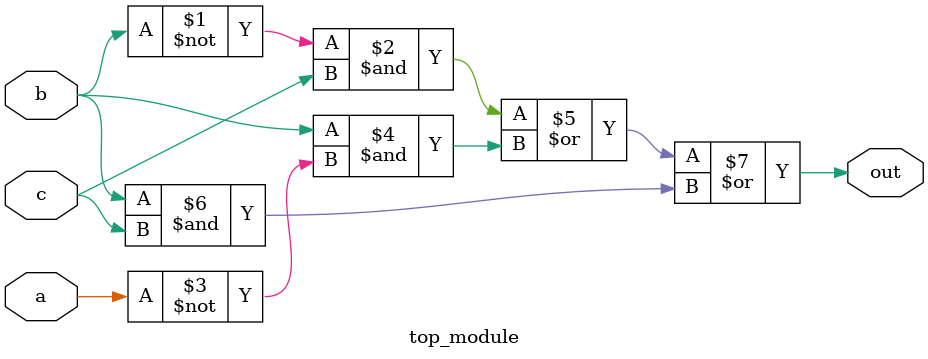
<source format=sv>
module top_module(
	input a, 
	input b,
	input c,
	output out
);

	assign out = (~b & c) | (b & ~a) | (b & c);

endmodule

</source>
